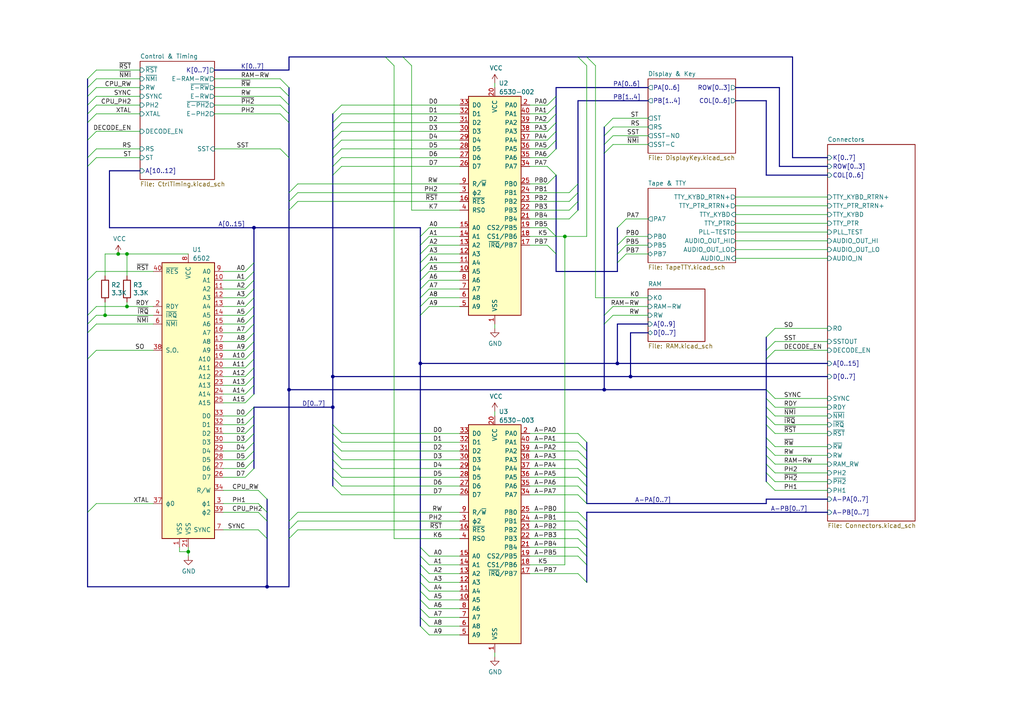
<source format=kicad_sch>
(kicad_sch (version 20211123) (generator eeschema)
  (paper "A4")
  (lib_symbols
    (symbol "Device:R" (pin_numbers hide) (pin_names (offset 0))
      (property "Reference" "R" (at 2.032 0 90))
      (property "Value" "R" (at 0 0 90))
      (symbol "R_0_1"
        (rectangle (start -1.016 -2.54) (end 1.016 2.54) (stroke (width 0.254)))
      )
      (symbol "R_1_1"
        (pin passive line (at 0 3.81 270) (length 1.27) (name "~") (number "1"))
        (pin passive line (at 0 -3.81 90) (length 1.27) (name "~") (number "2"))
      )
    )
    (symbol "KIM1-rescue:6502-CPU_MOSTechnology" (pin_names (offset 1.016))
      (property "Reference" "U" (at 5.08 41.91 0))
      (property "Value" "6502-CPU_MOSTechnology" (at 6.35 39.37 0))
      (symbol "6502-CPU_MOSTechnology_0_1"
        (rectangle (start -6.35 38.1) (end 8.89 -41.91) (stroke (width 0.254)) (fill (type background)))
      )
      (symbol "6502-CPU_MOSTechnology_1_1"
        (pin power_in line (at -1.27 -44.45 90) (length 2.54) (name "VSS") (number "1"))
        (pin output line (at 11.43 33.02 180) (length 2.54) (name "A1") (number "10"))
        (pin output line (at 11.43 30.48 180) (length 2.54) (name "A2") (number "11"))
        (pin output line (at 11.43 27.94 180) (length 2.54) (name "A3") (number "12"))
        (pin output line (at 11.43 25.4 180) (length 2.54) (name "A4") (number "13"))
        (pin output line (at 11.43 22.86 180) (length 2.54) (name "A5") (number "14"))
        (pin output line (at 11.43 20.32 180) (length 2.54) (name "A6") (number "15"))
        (pin output line (at 11.43 17.78 180) (length 2.54) (name "A7") (number "16"))
        (pin output line (at 11.43 15.24 180) (length 2.54) (name "A8") (number "17"))
        (pin output line (at 11.43 12.7 180) (length 2.54) (name "A9") (number "18"))
        (pin output line (at 11.43 10.16 180) (length 2.54) (name "A10") (number "19"))
        (pin input line (at -8.89 25.4 0) (length 2.54) (name "RDY") (number "2"))
        (pin output line (at 11.43 7.62 180) (length 2.54) (name "A11") (number "20"))
        (pin power_in line (at 1.27 -44.45 90) (length 2.54) (name "VSS") (number "21"))
        (pin output line (at 11.43 5.08 180) (length 2.54) (name "A12") (number "22"))
        (pin output line (at 11.43 2.54 180) (length 2.54) (name "A13") (number "23"))
        (pin output line (at 11.43 0 180) (length 2.54) (name "A14") (number "24"))
        (pin output line (at 11.43 -2.54 180) (length 2.54) (name "A15") (number "25"))
        (pin bidirectional line (at 11.43 -24.13 180) (length 2.54) (name "D7") (number "26"))
        (pin bidirectional line (at 11.43 -21.59 180) (length 2.54) (name "D6") (number "27"))
        (pin bidirectional line (at 11.43 -19.05 180) (length 2.54) (name "D5") (number "28"))
        (pin bidirectional line (at 11.43 -16.51 180) (length 2.54) (name "D4") (number "29"))
        (pin output line (at 11.43 -31.75 180) (length 2.54) (name "ϕ1") (number "3"))
        (pin bidirectional line (at 11.43 -13.97 180) (length 2.54) (name "D3") (number "30"))
        (pin bidirectional line (at 11.43 -11.43 180) (length 2.54) (name "D2") (number "31"))
        (pin bidirectional line (at 11.43 -8.89 180) (length 2.54) (name "D1") (number "32"))
        (pin bidirectional line (at 11.43 -6.35 180) (length 2.54) (name "D0") (number "33"))
        (pin output line (at 11.43 -27.94 180) (length 2.54) (name "R/W") (number "34"))
        (pin no_connect line (at -6.35 5.08 0) (length 0) hide (name "NC") (number "35"))
        (pin no_connect line (at -6.35 2.54 0) (length 0) hide (name "NC") (number "36"))
        (pin input line (at -8.89 -31.75 0) (length 2.54) (name "ϕ0") (number "37"))
        (pin input line (at -8.89 12.7 0) (length 2.54) (name "S.O.") (number "38"))
        (pin output line (at 11.43 -34.29 180) (length 2.54) (name "ϕ2") (number "39"))
        (pin input line (at -8.89 22.86 0) (length 2.54) (name "~{IRQ}") (number "4"))
        (pin input line (at -8.89 35.56 0) (length 2.54) (name "~{RES}") (number "40"))
        (pin no_connect line (at -6.35 7.62 0) (length 0) hide (name "NC") (number "5"))
        (pin input line (at -8.89 20.32 0) (length 2.54) (name "~{NMI}") (number "6"))
        (pin output line (at 11.43 -39.37 180) (length 2.54) (name "SYNC") (number "7"))
        (pin power_in line (at 1.27 40.64 270) (length 2.54) (name "VCC") (number "8"))
        (pin output line (at 11.43 35.56 180) (length 2.54) (name "A0") (number "9"))
      )
    )
    (symbol "Kim1:6530" (pin_names (offset 1.016))
      (property "Reference" "U" (at 3.81 34.29 0))
      (property "Value" "6530" (at 5.08 31.75 0))
      (symbol "6530_0_1"
        (rectangle (start -7.62 30.48) (end 7.62 -33.02) (stroke (width 0.254)) (fill (type background)))
      )
      (symbol "6530_1_1"
        (pin power_in line (at 0 -35.56 90) (length 2.54) (name "VSS") (number "1"))
        (pin input line (at -10.16 -20.32 0) (length 2.54) (name "A5") (number "10"))
        (pin input line (at -10.16 -17.78 0) (length 2.54) (name "A4") (number "11"))
        (pin input line (at -10.16 -15.24 0) (length 2.54) (name "A3") (number "12"))
        (pin input line (at -10.16 -12.7 0) (length 2.54) (name "A2") (number "13"))
        (pin input line (at -10.16 -10.16 0) (length 2.54) (name "A1") (number "14"))
        (pin input line (at -10.16 -7.62 0) (length 2.54) (name "A0") (number "15"))
        (pin input line (at -10.16 0 0) (length 2.54) (name "~{RES}") (number "16"))
        (pin bidirectional line (at 10.16 -12.7 180) (length 2.54) (name "~{IRQ}/PB7") (number "17"))
        (pin bidirectional line (at 10.16 -10.16 180) (length 2.54) (name "CS1/PB6") (number "18"))
        (pin bidirectional line (at 10.16 -7.62 180) (length 2.54) (name "CS2/PB5") (number "19"))
        (pin bidirectional line (at 10.16 27.94 180) (length 2.54) (name "PA0") (number "2"))
        (pin power_in line (at 0 33.02 270) (length 2.54) (name "VCC") (number "20"))
        (pin bidirectional line (at 10.16 -5.08 180) (length 2.54) (name "PB4") (number "21"))
        (pin bidirectional line (at 10.16 -2.54 180) (length 2.54) (name "PB3") (number "22"))
        (pin bidirectional line (at 10.16 0 180) (length 2.54) (name "PB2") (number "23"))
        (pin bidirectional line (at 10.16 2.54 180) (length 2.54) (name "PB1") (number "24"))
        (pin bidirectional line (at 10.16 5.08 180) (length 2.54) (name "PB0") (number "25"))
        (pin bidirectional line (at -10.16 10.16 0) (length 2.54) (name "D7") (number "26"))
        (pin bidirectional line (at -10.16 12.7 0) (length 2.54) (name "D6") (number "27"))
        (pin bidirectional line (at -10.16 15.24 0) (length 2.54) (name "D5") (number "28"))
        (pin bidirectional line (at -10.16 17.78 0) (length 2.54) (name "D4") (number "29"))
        (pin input line (at -10.16 2.54 0) (length 2.54) (name "ϕ2") (number "3"))
        (pin bidirectional line (at -10.16 20.32 0) (length 2.54) (name "D3") (number "30"))
        (pin bidirectional line (at -10.16 22.86 0) (length 2.54) (name "D2") (number "31"))
        (pin bidirectional line (at -10.16 25.4 0) (length 2.54) (name "D1") (number "32"))
        (pin bidirectional line (at -10.16 27.94 0) (length 2.54) (name "D0") (number "33"))
        (pin bidirectional line (at 10.16 10.16 180) (length 2.54) (name "PA7") (number "34"))
        (pin bidirectional line (at 10.16 12.7 180) (length 2.54) (name "PA6") (number "35"))
        (pin bidirectional line (at 10.16 15.24 180) (length 2.54) (name "PA5") (number "36"))
        (pin bidirectional line (at 10.16 17.78 180) (length 2.54) (name "PA4") (number "37"))
        (pin bidirectional line (at 10.16 20.32 180) (length 2.54) (name "PA3") (number "38"))
        (pin bidirectional line (at 10.16 22.86 180) (length 2.54) (name "PA2") (number "39"))
        (pin input line (at -10.16 -2.54 0) (length 2.54) (name "RS0") (number "4"))
        (pin bidirectional line (at 10.16 25.4 180) (length 2.54) (name "PA1") (number "40"))
        (pin input line (at -10.16 -30.48 0) (length 2.54) (name "A9") (number "5"))
        (pin input line (at -10.16 -27.94 0) (length 2.54) (name "A8") (number "6"))
        (pin input line (at -10.16 -25.4 0) (length 2.54) (name "A7") (number "7"))
        (pin input line (at -10.16 -22.86 0) (length 2.54) (name "A6") (number "8"))
        (pin input line (at -10.16 5.08 0) (length 2.54) (name "R/~{W}") (number "9"))
      )
    )
    (symbol "power:GND" (power) (pin_names (offset 0))
      (property "Value" "GND" (at 0 -3.81 0))
      (symbol "GND_0_1"
        (polyline (pts (xy 0 0) (xy 0 -1.27) (xy 1.27 -1.27) (xy 0 -2.54) (xy -1.27 -1.27) (xy 0 -1.27)))
      )
      (symbol "GND_1_1"
        (pin power_in line (at 0 0 270) (length 0) hide (name "GND") (number "1"))
      )
    )
    (symbol "power:VCC" (power) (pin_names (offset 0))
      (property "Value" "VCC" (at 0 3.81 0))
      (symbol "VCC_0_1"
        (polyline (pts (xy -0.762 1.27) (xy 0 2.54)))
        (polyline (pts (xy 0 0) (xy 0 2.54)))
        (polyline (pts (xy 0 2.54) (xy 0.762 1.27)))
      )
      (symbol "VCC_1_1"
        (pin power_in line (at 0 0 90) (length 0) hide (name "VCC") (number "1"))
      )
    )
  )
  (junction (at 121.92 105.41))
  (junction (at 175.26 113.03))
  (junction (at 36.83 88.9))
  (junction (at 73.66 66.04))
  (junction (at 30.48 91.44))
  (junction (at 83.82 113.03))
  (junction (at 179.07 105.41))
  (junction (at 54.61 160.02))
  (junction (at 163.83 68.58))
  (junction (at 182.88 109.22))
  (junction (at 96.52 109.22))
  (junction (at 77.47 170.18))
  (junction (at 36.83 73.66))
  (junction (at 96.52 118.11))
  (junction (at 34.29 73.66))
  (bus_entry (at 25.4 30.48) (size 2.54 -2.54))
  (bus_entry (at 96.52 45.72) (size 2.54 -2.54))
  (bus_entry (at 179.07 71.12) (size 2.54 -2.54))
  (bus_entry (at 81.28 25.4) (size 2.54 2.54))
  (bus_entry (at 121.92 88.9) (size 2.54 -2.54))
  (bus_entry (at 73.66 86.36) (size -2.54 2.54))
  (bus_entry (at 222.25 139.7) (size 2.54 2.54))
  (bus_entry (at 73.66 106.68) (size -2.54 2.54))
  (bus_entry (at 25.4 35.56) (size 2.54 -2.54))
  (bus_entry (at 167.64 128.27) (size 2.54 2.54))
  (bus_entry (at 222.25 127) (size 2.54 2.54))
  (bus_entry (at 81.28 33.02) (size 2.54 2.54))
  (bus_entry (at 121.92 163.83) (size 2.54 2.54))
  (bus_entry (at 96.52 135.89) (size 2.54 2.54))
  (bus_entry (at 73.66 125.73) (size -2.54 2.54))
  (bus_entry (at 83.82 156.21) (size 2.54 -2.54))
  (bus_entry (at 121.92 91.44) (size 2.54 -2.54))
  (bus_entry (at 96.52 140.97) (size 2.54 2.54))
  (bus_entry (at 158.75 45.72) (size 2.54 -2.54))
  (bus_entry (at 73.66 99.06) (size -2.54 2.54))
  (bus_entry (at 167.64 133.35) (size 2.54 2.54))
  (bus_entry (at 77.47 148.59) (size -2.54 -2.54))
  (bus_entry (at 25.4 81.28) (size 2.54 -2.54))
  (bus_entry (at 175.26 91.44) (size 2.54 -2.54))
  (bus_entry (at 222.25 118.11) (size 2.54 2.54))
  (bus_entry (at 73.66 130.81) (size -2.54 2.54))
  (bus_entry (at 222.25 132.08) (size 2.54 2.54))
  (bus_entry (at 161.29 68.58) (size -2.54 -2.54))
  (bus_entry (at 222.25 129.54) (size 2.54 2.54))
  (bus_entry (at 121.92 173.99) (size 2.54 2.54))
  (bus_entry (at 73.66 120.65) (size -2.54 2.54))
  (bus_entry (at 121.92 181.61) (size 2.54 2.54))
  (bus_entry (at 121.92 71.12) (size 2.54 -2.54))
  (bus_entry (at 25.4 45.72) (size 2.54 -2.54))
  (bus_entry (at 175.26 36.83) (size 2.54 -2.54))
  (bus_entry (at 81.28 43.18) (size 2.54 2.54))
  (bus_entry (at 121.92 86.36) (size 2.54 -2.54))
  (bus_entry (at 25.4 22.86) (size 2.54 -2.54))
  (bus_entry (at 73.66 83.82) (size -2.54 2.54))
  (bus_entry (at 167.64 143.51) (size 2.54 2.54))
  (bus_entry (at 158.75 48.26) (size 2.54 2.54))
  (bus_entry (at 73.66 114.3) (size -2.54 2.54))
  (bus_entry (at 167.64 138.43) (size 2.54 2.54))
  (bus_entry (at 161.29 50.8) (size -2.54 2.54))
  (bus_entry (at 83.82 153.67) (size 2.54 -2.54))
  (bus_entry (at 165.1 63.5) (size 2.54 -2.54))
  (bus_entry (at 96.52 35.56) (size 2.54 -2.54))
  (bus_entry (at 222.25 123.19) (size 2.54 2.54))
  (bus_entry (at 77.47 144.78) (size -2.54 -2.54))
  (bus_entry (at 25.4 25.4) (size 2.54 -2.54))
  (bus_entry (at 25.4 148.59) (size 2.54 -2.54))
  (bus_entry (at 83.82 60.96) (size 2.54 -2.54))
  (bus_entry (at 25.4 104.14) (size 2.54 -2.54))
  (bus_entry (at 25.4 96.52) (size 2.54 -2.54))
  (bus_entry (at 222.25 137.16) (size 2.54 2.54))
  (bus_entry (at 73.66 128.27) (size -2.54 2.54))
  (bus_entry (at 167.64 158.75) (size 2.54 2.54))
  (bus_entry (at 222.25 101.6) (size 2.54 -2.54))
  (bus_entry (at 96.52 123.19) (size 2.54 2.54))
  (bus_entry (at 96.52 128.27) (size 2.54 2.54))
  (bus_entry (at 73.66 96.52) (size -2.54 2.54))
  (bus_entry (at 73.66 101.6) (size -2.54 2.54))
  (bus_entry (at 121.92 73.66) (size 2.54 -2.54))
  (bus_entry (at 96.52 138.43) (size 2.54 2.54))
  (bus_entry (at 167.64 166.37) (size 2.54 2.54))
  (bus_entry (at 25.4 93.98) (size 2.54 -2.54))
  (bus_entry (at 121.92 171.45) (size 2.54 2.54))
  (bus_entry (at 175.26 41.91) (size 2.54 -2.54))
  (bus_entry (at 175.26 39.37) (size 2.54 -2.54))
  (bus_entry (at 73.66 109.22) (size -2.54 2.54))
  (bus_entry (at 111.76 16.51) (size 2.54 2.54))
  (bus_entry (at 77.47 156.21) (size -2.54 -2.54))
  (bus_entry (at 83.82 58.42) (size 2.54 -2.54))
  (bus_entry (at 165.1 60.96) (size 2.54 -2.54))
  (bus_entry (at 121.92 78.74) (size 2.54 -2.54))
  (bus_entry (at 167.64 125.73) (size 2.54 2.54))
  (bus_entry (at 96.52 50.8) (size 2.54 -2.54))
  (bus_entry (at 96.52 40.64) (size 2.54 -2.54))
  (bus_entry (at 179.07 66.04) (size 2.54 -2.54))
  (bus_entry (at 167.64 151.13) (size 2.54 2.54))
  (bus_entry (at 121.92 81.28) (size 2.54 -2.54))
  (bus_entry (at 96.52 133.35) (size 2.54 2.54))
  (bus_entry (at 179.07 76.2) (size 2.54 -2.54))
  (bus_entry (at 83.82 55.88) (size 2.54 -2.54))
  (bus_entry (at 121.92 166.37) (size 2.54 2.54))
  (bus_entry (at 167.64 140.97) (size 2.54 2.54))
  (bus_entry (at 167.64 156.21) (size 2.54 2.54))
  (bus_entry (at 121.92 158.75) (size 2.54 2.54))
  (bus_entry (at 167.64 130.81) (size 2.54 2.54))
  (bus_entry (at 121.92 83.82) (size 2.54 -2.54))
  (bus_entry (at 73.66 91.44) (size -2.54 2.54))
  (bus_entry (at 158.75 40.64) (size 2.54 -2.54))
  (bus_entry (at 165.1 55.88) (size 2.54 -2.54))
  (bus_entry (at 73.66 133.35) (size -2.54 2.54))
  (bus_entry (at 179.07 73.66) (size 2.54 -2.54))
  (bus_entry (at 222.25 104.14) (size 2.54 -2.54))
  (bus_entry (at 121.92 168.91) (size 2.54 2.54))
  (bus_entry (at 81.28 27.94) (size 2.54 2.54))
  (bus_entry (at 81.28 30.48) (size 2.54 2.54))
  (bus_entry (at 167.64 148.59) (size 2.54 2.54))
  (bus_entry (at 96.52 43.18) (size 2.54 -2.54))
  (bus_entry (at 96.52 130.81) (size 2.54 2.54))
  (bus_entry (at 121.92 161.29) (size 2.54 2.54))
  (bus_entry (at 175.26 93.98) (size 2.54 -2.54))
  (bus_entry (at 25.4 91.44) (size 2.54 -2.54))
  (bus_entry (at 167.64 153.67) (size 2.54 2.54))
  (bus_entry (at 158.75 33.02) (size 2.54 -2.54))
  (bus_entry (at 25.4 40.64) (size 2.54 -2.54))
  (bus_entry (at 158.75 35.56) (size 2.54 -2.54))
  (bus_entry (at 165.1 58.42) (size 2.54 -2.54))
  (bus_entry (at 222.25 97.79) (size 2.54 -2.54))
  (bus_entry (at 116.84 16.51) (size 2.54 2.54))
  (bus_entry (at 73.66 104.14) (size -2.54 2.54))
  (bus_entry (at 222.25 113.03) (size 2.54 2.54))
  (bus_entry (at 167.64 135.89) (size 2.54 2.54))
  (bus_entry (at 77.47 151.13) (size -2.54 -2.54))
  (bus_entry (at 167.64 161.29) (size 2.54 2.54))
  (bus_entry (at 73.66 78.74) (size -2.54 2.54))
  (bus_entry (at 222.25 134.62) (size 2.54 2.54))
  (bus_entry (at 121.92 176.53) (size 2.54 2.54))
  (bus_entry (at 96.52 38.1) (size 2.54 -2.54))
  (bus_entry (at 25.4 33.02) (size 2.54 -2.54))
  (bus_entry (at 161.29 73.66) (size -2.54 -2.54))
  (bus_entry (at 81.28 22.86) (size 2.54 2.54))
  (bus_entry (at 73.66 81.28) (size -2.54 2.54))
  (bus_entry (at 25.4 48.26) (size 2.54 -2.54))
  (bus_entry (at 158.75 43.18) (size 2.54 -2.54))
  (bus_entry (at 25.4 27.94) (size 2.54 -2.54))
  (bus_entry (at 73.66 76.2) (size -2.54 2.54))
  (bus_entry (at 158.75 38.1) (size 2.54 -2.54))
  (bus_entry (at 175.26 44.45) (size 2.54 -2.54))
  (bus_entry (at 121.92 68.58) (size 2.54 -2.54))
  (bus_entry (at 73.66 123.19) (size -2.54 2.54))
  (bus_entry (at 73.66 111.76) (size -2.54 2.54))
  (bus_entry (at 73.66 88.9) (size -2.54 2.54))
  (bus_entry (at 158.75 30.48) (size 2.54 -2.54))
  (bus_entry (at 96.52 33.02) (size 2.54 -2.54))
  (bus_entry (at 170.18 16.51) (size 2.54 2.54))
  (bus_entry (at 73.66 135.89) (size -2.54 2.54))
  (bus_entry (at 96.52 48.26) (size 2.54 -2.54))
  (bus_entry (at 121.92 179.07) (size 2.54 2.54))
  (bus_entry (at 121.92 76.2) (size 2.54 -2.54))
  (bus_entry (at 222.25 115.57) (size 2.54 2.54))
  (bus_entry (at 167.64 16.51) (size 2.54 2.54))
  (bus_entry (at 96.52 125.73) (size 2.54 2.54))
  (bus_entry (at 83.82 151.13) (size 2.54 -2.54))
  (bus_entry (at 73.66 93.98) (size -2.54 2.54))
  (bus_entry (at 73.66 118.11) (size -2.54 2.54))
  (bus_entry (at 222.25 120.65) (size 2.54 2.54))
  (wire (pts (xy 158.75 66.04) (xy 153.67 66.04)))
  (wire (pts (xy 64.77 96.52) (xy 71.12 96.52)))
  (bus (pts (xy 96.52 130.81) (xy 96.52 133.35)))
  (wire (pts (xy 153.67 43.18) (xy 158.75 43.18)))
  (bus (pts (xy 222.25 134.62) (xy 222.25 137.16)))
  (bus (pts (xy 96.52 133.35) (xy 96.52 135.89)))
  (bus (pts (xy 121.92 81.28) (xy 121.92 83.82)))
  (wire (pts (xy 224.79 134.62) (xy 240.03 134.62)))
  (wire (pts (xy 240.03 59.69) (xy 213.36 59.69)))
  (wire (pts (xy 240.03 125.73) (xy 224.79 125.73)))
  (bus (pts (xy 222.25 97.79) (xy 222.25 101.6)))
  (bus (pts (xy 73.66 118.11) (xy 73.66 120.65)))
  (wire (pts (xy 133.35 166.37) (xy 124.46 166.37)))
  (wire (pts (xy 34.29 73.66) (xy 30.48 73.66)))
  (wire (pts (xy 167.64 156.21) (xy 153.67 156.21)))
  (bus (pts (xy 73.66 118.11) (xy 96.52 118.11)))
  (wire (pts (xy 153.67 153.67) (xy 167.64 153.67)))
  (wire (pts (xy 133.35 151.13) (xy 86.36 151.13)))
  (wire (pts (xy 64.77 99.06) (xy 71.12 99.06)))
  (wire (pts (xy 240.03 132.08) (xy 224.79 132.08)))
  (bus (pts (xy 161.29 35.56) (xy 161.29 38.1)))
  (wire (pts (xy 64.77 88.9) (xy 71.12 88.9)))
  (bus (pts (xy 73.66 133.35) (xy 73.66 135.89)))
  (bus (pts (xy 73.66 91.44) (xy 73.66 93.98)))
  (bus (pts (xy 96.52 138.43) (xy 96.52 140.97)))
  (bus (pts (xy 170.18 153.67) (xy 170.18 156.21)))
  (wire (pts (xy 240.03 57.15) (xy 213.36 57.15)))
  (bus (pts (xy 170.18 130.81) (xy 170.18 133.35)))
  (wire (pts (xy 240.03 64.77) (xy 213.36 64.77)))
  (wire (pts (xy 81.28 30.48) (xy 62.23 30.48)))
  (wire (pts (xy 71.12 81.28) (xy 64.77 81.28)))
  (bus (pts (xy 25.4 40.64) (xy 25.4 45.72)))
  (wire (pts (xy 240.03 74.93) (xy 213.36 74.93)))
  (bus (pts (xy 179.07 73.66) (xy 179.07 76.2)))
  (wire (pts (xy 167.64 140.97) (xy 153.67 140.97)))
  (bus (pts (xy 240.03 45.72) (xy 229.87 45.72)))
  (bus (pts (xy 73.66 93.98) (xy 73.66 96.52)))
  (bus (pts (xy 179.07 66.04) (xy 179.07 71.12)))
  (wire (pts (xy 165.1 55.88) (xy 153.67 55.88)))
  (bus (pts (xy 25.4 81.28) (xy 25.4 91.44)))
  (bus (pts (xy 222.25 132.08) (xy 222.25 134.62)))
  (bus (pts (xy 83.82 20.32) (xy 62.23 20.32)))
  (bus (pts (xy 111.76 16.51) (xy 116.84 16.51)))
  (wire (pts (xy 163.83 163.83) (xy 163.83 68.58)))
  (bus (pts (xy 83.82 35.56) (xy 83.82 45.72)))
  (bus (pts (xy 121.92 176.53) (xy 121.92 179.07)))
  (wire (pts (xy 27.94 22.86) (xy 40.64 22.86)))
  (bus (pts (xy 25.4 104.14) (xy 25.4 148.59)))
  (bus (pts (xy 167.64 29.21) (xy 187.96 29.21)))
  (wire (pts (xy 133.35 66.04) (xy 124.46 66.04)))
  (bus (pts (xy 187.96 93.98) (xy 179.07 93.98)))
  (wire (pts (xy 167.64 166.37) (xy 153.67 166.37)))
  (bus (pts (xy 73.66 120.65) (xy 73.66 123.19)))
  (wire (pts (xy 40.64 43.18) (xy 27.94 43.18)))
  (bus (pts (xy 96.52 48.26) (xy 96.52 50.8)))
  (bus (pts (xy 25.4 22.86) (xy 25.4 25.4)))
  (wire (pts (xy 27.94 27.94) (xy 40.64 27.94)))
  (bus (pts (xy 240.03 105.41) (xy 179.07 105.41)))
  (wire (pts (xy 187.96 73.66) (xy 181.61 73.66)))
  (wire (pts (xy 187.96 34.29) (xy 177.8 34.29)))
  (bus (pts (xy 25.4 45.72) (xy 25.4 48.26)))
  (bus (pts (xy 121.92 163.83) (xy 121.92 166.37)))
  (bus (pts (xy 25.4 25.4) (xy 25.4 27.94)))
  (bus (pts (xy 77.47 156.21) (xy 77.47 170.18)))
  (wire (pts (xy 133.35 171.45) (xy 124.46 171.45)))
  (bus (pts (xy 170.18 16.51) (xy 229.87 16.51)))
  (wire (pts (xy 187.96 71.12) (xy 181.61 71.12)))
  (wire (pts (xy 240.03 137.16) (xy 224.79 137.16)))
  (wire (pts (xy 119.38 19.05) (xy 119.38 60.96)))
  (wire (pts (xy 133.35 125.73) (xy 99.06 125.73)))
  (bus (pts (xy 25.4 96.52) (xy 25.4 104.14)))
  (bus (pts (xy 121.92 173.99) (xy 121.92 176.53)))
  (bus (pts (xy 161.29 30.48) (xy 161.29 33.02)))
  (wire (pts (xy 114.3 19.05) (xy 114.3 156.21)))
  (wire (pts (xy 133.35 68.58) (xy 124.46 68.58)))
  (wire (pts (xy 64.77 153.67) (xy 74.93 153.67)))
  (bus (pts (xy 161.29 38.1) (xy 161.29 40.64)))
  (wire (pts (xy 167.64 130.81) (xy 153.67 130.81)))
  (wire (pts (xy 133.35 138.43) (xy 99.06 138.43)))
  (bus (pts (xy 222.25 115.57) (xy 222.25 118.11)))
  (wire (pts (xy 133.35 140.97) (xy 99.06 140.97)))
  (bus (pts (xy 73.66 96.52) (xy 73.66 99.06)))
  (wire (pts (xy 27.94 25.4) (xy 40.64 25.4)))
  (wire (pts (xy 240.03 95.25) (xy 224.79 95.25)))
  (bus (pts (xy 96.52 35.56) (xy 96.52 38.1)))
  (wire (pts (xy 224.79 129.54) (xy 240.03 129.54)))
  (bus (pts (xy 170.18 138.43) (xy 170.18 140.97)))
  (bus (pts (xy 170.18 128.27) (xy 170.18 130.81)))
  (bus (pts (xy 31.75 49.53) (xy 31.75 66.04)))
  (wire (pts (xy 224.79 118.11) (xy 240.03 118.11)))
  (wire (pts (xy 158.75 71.12) (xy 153.67 71.12)))
  (wire (pts (xy 133.35 181.61) (xy 124.46 181.61)))
  (bus (pts (xy 121.92 171.45) (xy 121.92 173.99)))
  (bus (pts (xy 179.07 71.12) (xy 179.07 73.66)))
  (bus (pts (xy 73.66 76.2) (xy 73.66 78.74)))
  (wire (pts (xy 153.67 163.83) (xy 163.83 163.83)))
  (wire (pts (xy 167.64 148.59) (xy 153.67 148.59)))
  (wire (pts (xy 187.96 36.83) (xy 177.8 36.83)))
  (bus (pts (xy 170.18 163.83) (xy 170.18 168.91)))
  (wire (pts (xy 240.03 142.24) (xy 224.79 142.24)))
  (wire (pts (xy 153.67 133.35) (xy 167.64 133.35)))
  (wire (pts (xy 44.45 146.05) (xy 27.94 146.05)))
  (bus (pts (xy 25.4 27.94) (xy 25.4 30.48)))
  (bus (pts (xy 222.25 29.21) (xy 213.36 29.21)))
  (bus (pts (xy 96.52 128.27) (xy 96.52 130.81)))
  (wire (pts (xy 64.77 142.24) (xy 74.93 142.24)))
  (bus (pts (xy 25.4 93.98) (xy 25.4 96.52)))
  (bus (pts (xy 229.87 45.72) (xy 229.87 16.51)))
  (bus (pts (xy 182.88 96.52) (xy 182.88 109.22)))
  (wire (pts (xy 36.83 87.63) (xy 36.83 88.9)))
  (bus (pts (xy 96.52 40.64) (xy 96.52 43.18)))
  (wire (pts (xy 40.64 38.1) (xy 27.94 38.1)))
  (wire (pts (xy 153.67 38.1) (xy 158.75 38.1)))
  (bus (pts (xy 121.92 83.82) (xy 121.92 86.36)))
  (wire (pts (xy 143.51 119.38) (xy 143.51 120.65)))
  (bus (pts (xy 121.92 161.29) (xy 121.92 163.83)))
  (wire (pts (xy 64.77 116.84) (xy 71.12 116.84)))
  (wire (pts (xy 34.29 73.66) (xy 36.83 73.66)))
  (wire (pts (xy 153.67 48.26) (xy 158.75 48.26)))
  (bus (pts (xy 222.25 129.54) (xy 222.25 132.08)))
  (wire (pts (xy 224.79 123.19) (xy 240.03 123.19)))
  (wire (pts (xy 240.03 72.39) (xy 213.36 72.39)))
  (wire (pts (xy 64.77 148.59) (xy 74.93 148.59)))
  (bus (pts (xy 121.92 66.04) (xy 121.92 68.58)))
  (bus (pts (xy 83.82 55.88) (xy 83.82 58.42)))
  (wire (pts (xy 133.35 76.2) (xy 124.46 76.2)))
  (wire (pts (xy 240.03 115.57) (xy 224.79 115.57)))
  (wire (pts (xy 133.35 133.35) (xy 99.06 133.35)))
  (wire (pts (xy 133.35 135.89) (xy 99.06 135.89)))
  (bus (pts (xy 161.29 68.58) (xy 161.29 73.66)))
  (bus (pts (xy 83.82 16.51) (xy 111.76 16.51)))
  (wire (pts (xy 167.64 135.89) (xy 153.67 135.89)))
  (bus (pts (xy 77.47 170.18) (xy 25.4 170.18)))
  (bus (pts (xy 83.82 113.03) (xy 175.26 113.03)))
  (bus (pts (xy 222.25 118.11) (xy 222.25 120.65)))
  (wire (pts (xy 99.06 33.02) (xy 133.35 33.02)))
  (wire (pts (xy 64.77 101.6) (xy 71.12 101.6)))
  (bus (pts (xy 121.92 78.74) (xy 121.92 81.28)))
  (wire (pts (xy 40.64 45.72) (xy 27.94 45.72)))
  (bus (pts (xy 170.18 158.75) (xy 170.18 161.29)))
  (bus (pts (xy 121.92 91.44) (xy 121.92 105.41)))
  (bus (pts (xy 73.66 66.04) (xy 73.66 76.2)))
  (bus (pts (xy 121.92 105.41) (xy 121.92 158.75)))
  (wire (pts (xy 64.77 133.35) (xy 71.12 133.35)))
  (bus (pts (xy 179.07 93.98) (xy 179.07 105.41)))
  (bus (pts (xy 170.18 133.35) (xy 170.18 135.89)))
  (bus (pts (xy 170.18 156.21) (xy 170.18 158.75)))
  (wire (pts (xy 62.23 27.94) (xy 81.28 27.94)))
  (bus (pts (xy 96.52 125.73) (xy 96.52 128.27)))
  (wire (pts (xy 153.67 35.56) (xy 158.75 35.56)))
  (wire (pts (xy 64.77 91.44) (xy 71.12 91.44)))
  (bus (pts (xy 116.84 16.51) (xy 167.64 16.51)))
  (bus (pts (xy 121.92 71.12) (xy 121.92 73.66)))
  (wire (pts (xy 27.94 33.02) (xy 40.64 33.02)))
  (wire (pts (xy 187.96 39.37) (xy 177.8 39.37)))
  (bus (pts (xy 83.82 33.02) (xy 83.82 35.56)))
  (bus (pts (xy 73.66 125.73) (xy 73.66 128.27)))
  (wire (pts (xy 36.83 80.01) (xy 36.83 73.66)))
  (wire (pts (xy 187.96 88.9) (xy 177.8 88.9)))
  (bus (pts (xy 187.96 96.52) (xy 182.88 96.52)))
  (wire (pts (xy 153.67 143.51) (xy 167.64 143.51)))
  (bus (pts (xy 96.52 33.02) (xy 96.52 35.56)))
  (wire (pts (xy 133.35 161.29) (xy 124.46 161.29)))
  (wire (pts (xy 133.35 30.48) (xy 99.06 30.48)))
  (wire (pts (xy 153.67 33.02) (xy 158.75 33.02)))
  (bus (pts (xy 25.4 91.44) (xy 25.4 93.98)))
  (bus (pts (xy 25.4 48.26) (xy 25.4 81.28)))
  (wire (pts (xy 133.35 176.53) (xy 124.46 176.53)))
  (wire (pts (xy 64.77 93.98) (xy 71.12 93.98)))
  (wire (pts (xy 64.77 125.73) (xy 71.12 125.73)))
  (wire (pts (xy 64.77 130.81) (xy 71.12 130.81)))
  (wire (pts (xy 240.03 99.06) (xy 224.79 99.06)))
  (wire (pts (xy 64.77 109.22) (xy 71.12 109.22)))
  (bus (pts (xy 25.4 148.59) (xy 25.4 170.18)))
  (bus (pts (xy 73.66 104.14) (xy 73.66 106.68)))
  (bus (pts (xy 175.26 91.44) (xy 175.26 93.98)))
  (bus (pts (xy 222.25 144.78) (xy 240.03 144.78)))
  (wire (pts (xy 133.35 83.82) (xy 124.46 83.82)))
  (bus (pts (xy 77.47 151.13) (xy 77.47 156.21)))
  (bus (pts (xy 175.26 44.45) (xy 175.26 91.44)))
  (wire (pts (xy 133.35 168.91) (xy 124.46 168.91)))
  (wire (pts (xy 143.51 24.13) (xy 143.51 25.4)))
  (wire (pts (xy 153.67 60.96) (xy 165.1 60.96)))
  (bus (pts (xy 121.92 158.75) (xy 121.92 161.29)))
  (bus (pts (xy 170.18 135.89) (xy 170.18 138.43)))
  (wire (pts (xy 44.45 101.6) (xy 27.94 101.6)))
  (wire (pts (xy 153.67 40.64) (xy 158.75 40.64)))
  (wire (pts (xy 133.35 73.66) (xy 124.46 73.66)))
  (wire (pts (xy 133.35 53.34) (xy 86.36 53.34)))
  (wire (pts (xy 133.35 45.72) (xy 99.06 45.72)))
  (bus (pts (xy 96.52 43.18) (xy 96.52 45.72)))
  (wire (pts (xy 187.96 91.44) (xy 177.8 91.44)))
  (bus (pts (xy 83.82 58.42) (xy 83.82 60.96)))
  (wire (pts (xy 172.72 86.36) (xy 172.72 19.05)))
  (wire (pts (xy 133.35 48.26) (xy 99.06 48.26)))
  (wire (pts (xy 133.35 71.12) (xy 124.46 71.12)))
  (bus (pts (xy 83.82 156.21) (xy 83.82 170.18)))
  (bus (pts (xy 161.29 25.4) (xy 187.96 25.4)))
  (wire (pts (xy 64.77 111.76) (xy 71.12 111.76)))
  (bus (pts (xy 25.4 33.02) (xy 25.4 35.56)))
  (bus (pts (xy 161.29 33.02) (xy 161.29 35.56)))
  (bus (pts (xy 226.06 25.4) (xy 213.36 25.4)))
  (bus (pts (xy 182.88 109.22) (xy 96.52 109.22)))
  (bus (pts (xy 179.07 105.41) (xy 121.92 105.41)))
  (wire (pts (xy 240.03 101.6) (xy 224.79 101.6)))
  (bus (pts (xy 175.26 93.98) (xy 175.26 113.03)))
  (bus (pts (xy 179.07 76.2) (xy 179.07 78.74)))
  (bus (pts (xy 161.29 73.66) (xy 161.29 78.74)))
  (wire (pts (xy 30.48 87.63) (xy 30.48 91.44)))
  (wire (pts (xy 64.77 86.36) (xy 71.12 86.36)))
  (wire (pts (xy 133.35 130.81) (xy 99.06 130.81)))
  (bus (pts (xy 170.18 140.97) (xy 170.18 143.51)))
  (wire (pts (xy 153.67 138.43) (xy 167.64 138.43)))
  (wire (pts (xy 64.77 135.89) (xy 71.12 135.89)))
  (wire (pts (xy 240.03 67.31) (xy 213.36 67.31)))
  (wire (pts (xy 163.83 68.58) (xy 170.18 68.58)))
  (wire (pts (xy 167.64 128.27) (xy 153.67 128.27)))
  (bus (pts (xy 167.64 29.21) (xy 167.64 53.34)))
  (bus (pts (xy 121.92 179.07) (xy 121.92 181.61)))
  (wire (pts (xy 52.07 158.75) (xy 52.07 160.02)))
  (wire (pts (xy 27.94 91.44) (xy 30.48 91.44)))
  (bus (pts (xy 121.92 76.2) (xy 121.92 78.74)))
  (bus (pts (xy 96.52 50.8) (xy 96.52 109.22)))
  (bus (pts (xy 175.26 36.83) (xy 175.26 39.37)))
  (bus (pts (xy 175.26 113.03) (xy 222.25 113.03)))
  (bus (pts (xy 222.25 146.05) (xy 222.25 144.78)))
  (bus (pts (xy 222.25 137.16) (xy 222.25 139.7)))
  (bus (pts (xy 121.92 68.58) (xy 121.92 71.12)))
  (bus (pts (xy 222.25 127) (xy 222.25 129.54)))
  (wire (pts (xy 27.94 30.48) (xy 40.64 30.48)))
  (wire (pts (xy 153.67 53.34) (xy 158.75 53.34)))
  (wire (pts (xy 143.51 189.23) (xy 143.51 190.5)))
  (bus (pts (xy 73.66 130.81) (xy 73.66 133.35)))
  (wire (pts (xy 133.35 163.83) (xy 124.46 163.83)))
  (wire (pts (xy 54.61 160.02) (xy 54.61 161.29)))
  (wire (pts (xy 133.35 55.88) (xy 86.36 55.88)))
  (bus (pts (xy 175.26 39.37) (xy 175.26 41.91)))
  (wire (pts (xy 133.35 58.42) (xy 86.36 58.42)))
  (bus (pts (xy 83.82 16.51) (xy 83.82 20.32)))
  (bus (pts (xy 96.52 38.1) (xy 96.52 40.64)))
  (wire (pts (xy 62.23 22.86) (xy 81.28 22.86)))
  (bus (pts (xy 73.66 123.19) (xy 73.66 125.73)))
  (bus (pts (xy 73.66 128.27) (xy 73.66 130.81)))
  (bus (pts (xy 83.82 113.03) (xy 83.82 151.13)))
  (wire (pts (xy 133.35 173.99) (xy 124.46 173.99)))
  (wire (pts (xy 187.96 68.58) (xy 181.61 68.58)))
  (wire (pts (xy 133.35 81.28) (xy 124.46 81.28)))
  (bus (pts (xy 170.18 161.29) (xy 170.18 163.83)))
  (wire (pts (xy 133.35 153.67) (xy 86.36 153.67)))
  (bus (pts (xy 121.92 86.36) (xy 121.92 88.9)))
  (bus (pts (xy 240.03 148.59) (xy 170.18 148.59)))
  (bus (pts (xy 83.82 25.4) (xy 83.82 27.94)))
  (bus (pts (xy 96.52 45.72) (xy 96.52 48.26)))
  (wire (pts (xy 187.96 41.91) (xy 177.8 41.91)))
  (bus (pts (xy 73.66 86.36) (xy 73.66 88.9)))
  (bus (pts (xy 83.82 170.18) (xy 77.47 170.18)))
  (bus (pts (xy 170.18 146.05) (xy 222.25 146.05)))
  (wire (pts (xy 133.35 40.64) (xy 99.06 40.64)))
  (bus (pts (xy 25.4 35.56) (xy 25.4 40.64)))
  (wire (pts (xy 133.35 143.51) (xy 99.06 143.51)))
  (wire (pts (xy 30.48 73.66) (xy 30.48 80.01)))
  (bus (pts (xy 83.82 30.48) (xy 83.82 33.02)))
  (bus (pts (xy 170.18 148.59) (xy 170.18 151.13)))
  (bus (pts (xy 222.25 101.6) (xy 222.25 104.14)))
  (wire (pts (xy 133.35 88.9) (xy 124.46 88.9)))
  (wire (pts (xy 133.35 128.27) (xy 99.06 128.27)))
  (wire (pts (xy 64.77 146.05) (xy 74.93 146.05)))
  (wire (pts (xy 133.35 156.21) (xy 114.3 156.21)))
  (wire (pts (xy 165.1 58.42) (xy 153.67 58.42)))
  (bus (pts (xy 73.66 111.76) (xy 73.66 114.3)))
  (bus (pts (xy 121.92 73.66) (xy 121.92 76.2)))
  (bus (pts (xy 73.66 99.06) (xy 73.66 101.6)))
  (bus (pts (xy 167.64 58.42) (xy 167.64 60.96)))
  (bus (pts (xy 167.64 53.34) (xy 167.64 55.88)))
  (bus (pts (xy 73.66 101.6) (xy 73.66 104.14)))
  (bus (pts (xy 240.03 109.22) (xy 182.88 109.22)))
  (wire (pts (xy 240.03 69.85) (xy 213.36 69.85)))
  (wire (pts (xy 153.67 68.58) (xy 161.29 68.58)))
  (bus (pts (xy 170.18 143.51) (xy 170.18 146.05)))
  (bus (pts (xy 73.66 81.28) (xy 73.66 83.82)))
  (bus (pts (xy 226.06 48.26) (xy 226.06 25.4)))
  (bus (pts (xy 121.92 166.37) (xy 121.92 168.91)))
  (wire (pts (xy 240.03 120.65) (xy 224.79 120.65)))
  (bus (pts (xy 222.25 120.65) (xy 222.25 123.19)))
  (bus (pts (xy 73.66 66.04) (xy 121.92 66.04)))
  (wire (pts (xy 64.77 78.74) (xy 71.12 78.74)))
  (wire (pts (xy 27.94 20.32) (xy 40.64 20.32)))
  (bus (pts (xy 222.25 113.03) (xy 222.25 115.57)))
  (wire (pts (xy 133.35 78.74) (xy 124.46 78.74)))
  (wire (pts (xy 153.67 158.75) (xy 167.64 158.75)))
  (wire (pts (xy 240.03 62.23) (xy 213.36 62.23)))
  (bus (pts (xy 161.29 78.74) (xy 179.07 78.74)))
  (wire (pts (xy 36.83 73.66) (xy 54.61 73.66)))
  (wire (pts (xy 64.77 106.68) (xy 71.12 106.68)))
  (bus (pts (xy 73.66 106.68) (xy 73.66 109.22)))
  (bus (pts (xy 121.92 168.91) (xy 121.92 171.45)))
  (wire (pts (xy 133.35 148.59) (xy 86.36 148.59)))
  (wire (pts (xy 36.83 88.9) (xy 44.45 88.9)))
  (bus (pts (xy 161.29 40.64) (xy 161.29 43.18)))
  (wire (pts (xy 133.35 38.1) (xy 99.06 38.1)))
  (wire (pts (xy 64.77 123.19) (xy 71.12 123.19)))
  (wire (pts (xy 52.07 160.02) (xy 54.61 160.02)))
  (wire (pts (xy 161.29 68.58) (xy 163.83 68.58)))
  (bus (pts (xy 222.25 104.14) (xy 222.25 113.03)))
  (bus (pts (xy 240.03 48.26) (xy 226.06 48.26)))
  (bus (pts (xy 161.29 27.94) (xy 161.29 30.48)))
  (bus (pts (xy 77.47 144.78) (xy 77.47 148.59)))
  (bus (pts (xy 83.82 45.72) (xy 83.82 55.88)))
  (wire (pts (xy 27.94 93.98) (xy 44.45 93.98)))
  (bus (pts (xy 96.52 135.89) (xy 96.52 138.43)))
  (bus (pts (xy 170.18 151.13) (xy 170.18 153.67)))
  (bus (pts (xy 40.64 49.53) (xy 31.75 49.53)))
  (wire (pts (xy 64.77 83.82) (xy 71.12 83.82)))
  (wire (pts (xy 133.35 86.36) (xy 124.46 86.36)))
  (wire (pts (xy 165.1 63.5) (xy 153.67 63.5)))
  (bus (pts (xy 96.52 118.11) (xy 96.52 123.19)))
  (bus (pts (xy 73.66 66.04) (xy 31.75 66.04)))
  (wire (pts (xy 133.35 35.56) (xy 99.06 35.56)))
  (bus (pts (xy 167.64 16.51) (xy 170.18 16.51)))
  (wire (pts (xy 133.35 179.07) (xy 124.46 179.07)))
  (wire (pts (xy 81.28 25.4) (xy 62.23 25.4)))
  (bus (pts (xy 222.25 123.19) (xy 222.25 127)))
  (wire (pts (xy 153.67 161.29) (xy 167.64 161.29)))
  (bus (pts (xy 240.03 50.8) (xy 222.25 50.8)))
  (bus (pts (xy 96.52 123.19) (xy 96.52 125.73)))
  (wire (pts (xy 181.61 63.5) (xy 187.96 63.5)))
  (wire (pts (xy 64.77 114.3) (xy 71.12 114.3)))
  (wire (pts (xy 64.77 120.65) (xy 71.12 120.65)))
  (bus (pts (xy 73.66 83.82) (xy 73.66 86.36)))
  (bus (pts (xy 161.29 25.4) (xy 161.29 27.94)))
  (bus (pts (xy 175.26 41.91) (xy 175.26 44.45)))
  (bus (pts (xy 167.64 55.88) (xy 167.64 58.42)))
  (wire (pts (xy 64.77 138.43) (xy 71.12 138.43)))
  (wire (pts (xy 153.67 30.48) (xy 158.75 30.48)))
  (wire (pts (xy 64.77 104.14) (xy 71.12 104.14)))
  (wire (pts (xy 153.67 45.72) (xy 158.75 45.72)))
  (wire (pts (xy 240.03 139.7) (xy 224.79 139.7)))
  (bus (pts (xy 25.4 30.48) (xy 25.4 33.02)))
  (bus (pts (xy 161.29 50.8) (xy 161.29 68.58)))
  (wire (pts (xy 153.67 125.73) (xy 167.64 125.73)))
  (wire (pts (xy 54.61 158.75) (xy 54.61 160.02)))
  (bus (pts (xy 83.82 153.67) (xy 83.82 156.21)))
  (wire (pts (xy 27.94 88.9) (xy 36.83 88.9)))
  (wire (pts (xy 30.48 91.44) (xy 44.45 91.44)))
  (bus (pts (xy 222.25 50.8) (xy 222.25 29.21)))
  (wire (pts (xy 133.35 60.96) (xy 119.38 60.96)))
  (bus (pts (xy 121.92 88.9) (xy 121.92 91.44)))
  (wire (pts (xy 27.94 78.74) (xy 44.45 78.74)))
  (wire (pts (xy 64.77 128.27) (xy 71.12 128.27)))
  (bus (pts (xy 73.66 88.9) (xy 73.66 91.44)))
  (wire (pts (xy 133.35 43.18) (xy 99.06 43.18)))
  (wire (pts (xy 170.18 19.05) (xy 170.18 68.58)))
  (wire (pts (xy 81.28 33.02) (xy 62.23 33.02)))
  (wire (pts (xy 153.67 151.13) (xy 167.64 151.13)))
  (wire (pts (xy 81.28 43.18) (xy 62.23 43.18)))
  (wire (pts (xy 143.51 93.98) (xy 143.51 95.25)))
  (bus (pts (xy 83.82 151.13) (xy 83.82 153.67)))
  (wire (pts (xy 172.72 86.36) (xy 187.96 86.36)))
  (bus (pts (xy 96.52 109.22) (xy 96.52 118.11)))
  (wire (pts (xy 133.35 184.15) (xy 124.46 184.15)))
  (bus (pts (xy 83.82 60.96) (xy 83.82 113.03)))
  (bus (pts (xy 83.82 27.94) (xy 83.82 30.48)))
  (bus (pts (xy 73.66 78.74) (xy 73.66 81.28)))
  (bus (pts (xy 77.47 148.59) (xy 77.47 151.13)))
  (bus (pts (xy 73.66 109.22) (xy 73.66 111.76)))
  (label "SYNC" (at 227.33 115.57 0))
  (label "~{NMI}" (at 38.1 22.86 180))
  (label "PH2" (at 127 55.88 180))
  (label "~{RST}" (at 43.18 78.74 180))
  (label "A8" (at 128.27 181.61 180))
  (label "RAM-RW" (at 227.33 134.62 0))
  (label "SYNC" (at 38.1 27.94 180))
  (label "A2" (at 71.12 83.82 180))
  (label "A0" (at 128.27 161.29 180))
  (label "~{NMI}" (at 185.42 41.91 180))
  (label "A5" (at 128.27 173.99 180))
  (label "A[0..15]" (at 71.12 66.04 180))
  (label "D4" (at 127 40.64 180))
  (label "D1" (at 127 33.02 180))
  (label "A0" (at 71.12 78.74 180))
  (label "PH1" (at 227.33 142.24 0))
  (label "A1" (at 71.12 81.28 180))
  (label "DECODE_EN" (at 227.33 101.6 0))
  (label "~{PH2}" (at 69.85 30.48 0))
  (label "K5" (at 158.75 68.58 180))
  (label "CPU_RW" (at 38.1 25.4 180))
  (label "A-PA1" (at 154.94 128.27 0))
  (label "PA2" (at 154.94 35.56 0))
  (label "PH2" (at 128.27 151.13 180))
  (label "RAM-RW" (at 69.85 22.86 0))
  (label "A8" (at 71.12 99.06 180))
  (label "PB5" (at 154.94 66.04 0))
  (label "D1" (at 128.27 128.27 180))
  (label "A-PB0" (at 154.94 148.59 0))
  (label "XTAL" (at 43.18 146.05 180))
  (label "SYNC" (at 71.12 153.67 180))
  (label "A1" (at 128.27 163.83 180))
  (label "~{IRQ}" (at 43.18 91.44 180))
  (label "D4" (at 128.27 135.89 180))
  (label "RW" (at 227.33 132.08 0))
  (label "RW" (at 69.85 27.94 0))
  (label "A9" (at 71.12 101.6 180))
  (label "A13" (at 71.12 111.76 180))
  (label "A-PA2" (at 154.94 130.81 0))
  (label "~{RST}" (at 127 58.42 180))
  (label "SST" (at 68.58 43.18 0))
  (label "A12" (at 71.12 109.22 180))
  (label "PA6" (at 154.94 45.72 0))
  (label "A3" (at 71.12 86.36 180))
  (label "A6" (at 128.27 176.53 180))
  (label "A7" (at 127 83.82 180))
  (label "A6" (at 127 81.28 180))
  (label "A0" (at 127 66.04 180))
  (label "~{PH2}" (at 227.33 139.7 0))
  (label "PB0" (at 185.42 68.58 180))
  (label "PB5" (at 185.42 71.12 180))
  (label "A-PB5" (at 154.94 161.29 0))
  (label "K0" (at 185.42 86.36 180))
  (label "A-PB7" (at 154.94 166.37 0))
  (label "A-PA5" (at 154.94 138.43 0))
  (label "DECODE_EN" (at 38.1 38.1 180))
  (label "D3" (at 127 38.1 180))
  (label "D2" (at 127 35.56 180))
  (label "D1" (at 71.12 123.19 180))
  (label "D7" (at 71.12 138.43 180))
  (label "A-PA4" (at 154.94 135.89 0))
  (label "SO" (at 227.33 95.25 0))
  (label "A3" (at 128.27 168.91 180))
  (label "A-PA0" (at 154.94 125.73 0))
  (label "CPU_PH2" (at 38.1 30.48 180))
  (label "A11" (at 71.12 106.68 180))
  (label "D7" (at 127 48.26 180))
  (label "~{RST}" (at 227.33 125.73 0))
  (label "A3" (at 127 73.66 180))
  (label "RS" (at 182.88 36.83 0))
  (label "D7" (at 128.27 143.51 180))
  (label "SST" (at 227.33 99.06 0))
  (label "D5" (at 71.12 133.35 180))
  (label "A8" (at 127 86.36 180))
  (label "A7" (at 128.27 179.07 180))
  (label "K6" (at 128.27 156.21 180))
  (label "A7" (at 71.12 96.52 180))
  (label "D0" (at 128.27 125.73 180))
  (label "A4" (at 127 76.2 180))
  (label "D0" (at 127 30.48 180))
  (label "A9" (at 128.27 184.15 180))
  (label "D6" (at 128.27 140.97 180))
  (label "A-PB2" (at 154.94 153.67 0))
  (label "D2" (at 128.27 130.81 180))
  (label "~{RST}" (at 128.27 153.67 180))
  (label "ST" (at 182.88 34.29 0))
  (label "D2" (at 71.12 125.73 180))
  (label "PH2" (at 227.33 137.16 0))
  (label "PB3" (at 154.94 60.96 0))
  (label "PA0" (at 154.94 30.48 0))
  (label "~{RST}" (at 38.1 20.32 180))
  (label "RDY" (at 43.18 88.9 180))
  (label "PA4" (at 154.94 40.64 0))
  (label "A-PA7" (at 154.94 143.51 0))
  (label "D3" (at 71.12 128.27 180))
  (label "PB7" (at 154.94 71.12 0))
  (label "A-PB1" (at 154.94 151.13 0))
  (label "D0" (at 71.12 120.65 180))
  (label "A-PB4" (at 154.94 158.75 0))
  (label "RW" (at 127 53.34 180))
  (label "PB7" (at 185.42 73.66 180))
  (label "XTAL" (at 38.1 33.02 180))
  (label "A2" (at 128.27 166.37 180))
  (label "PA1" (at 154.94 33.02 0))
  (label "PH2" (at 69.85 33.02 0))
  (label "~{NMI}" (at 227.33 120.65 0))
  (label "A5" (at 127 78.74 180))
  (label "A15" (at 71.12 116.84 180))
  (label "D5" (at 128.27 138.43 180))
  (label "RW" (at 185.42 91.44 180))
  (label "D6" (at 71.12 135.89 180))
  (label "~{IRQ}" (at 227.33 123.19 0))
  (label "A4" (at 71.12 88.9 180))
  (label "PB2" (at 154.94 58.42 0))
  (label "K[0..7]" (at 69.85 20.32 0))
  (label "PA5" (at 154.94 43.18 0))
  (label "K5" (at 158.75 163.83 180))
  (label "A2" (at 127 71.12 180))
  (label "A9" (at 127 88.9 180))
  (label "D5" (at 127 43.18 180))
  (label "A1" (at 127 68.58 180))
  (label "CPU_RW" (at 67.31 142.24 0))
  (label "RS" (at 38.1 43.18 180))
  (label "RDY" (at 227.33 118.11 0))
  (label "~{NMI}" (at 43.18 93.98 180))
  (label "D4" (at 71.12 130.81 180))
  (label "PA[0..6]" (at 177.8 25.4 0))
  (label "CPU_PH2" (at 67.31 148.59 0))
  (label "PA7" (at 185.42 63.5 180))
  (label "SST" (at 185.42 39.37 180))
  (label "PA3" (at 154.94 38.1 0))
  (label "A-PB3" (at 154.94 156.21 0))
  (label "PB[1..4]" (at 177.8 29.21 0))
  (label "A-PA[0..7]" (at 184.15 146.05 0))
  (label "SO" (at 41.91 101.6 180))
  (label "K7" (at 127 60.96 180))
  (label "A-PA6" (at 154.94 140.97 0))
  (label "PB1" (at 154.94 55.88 0))
  (label "A-PA3" (at 154.94 133.35 0))
  (label "D3" (at 128.27 133.35 180))
  (label "D[0..7]" (at 87.63 118.11 0))
  (label "PB4" (at 154.94 63.5 0))
  (label "A4" (at 128.27 171.45 180))
  (label "ST" (at 38.1 45.72 180))
  (label "~{RW}" (at 69.85 25.4 0))
  (label "A10" (at 71.12 104.14 180))
  (label "A6" (at 71.12 93.98 180))
  (label "A-PB[0..7]" (at 223.52 148.59 0))
  (label "RW" (at 128.27 148.59 180))
  (label "A5" (at 71.12 91.44 180))
  (label "D6" (at 127 45.72 180))
  (label "PH1" (at 67.31 146.05 0))
  (label "PB0" (at 154.94 53.34 0))
  (label "~{RW}" (at 227.33 129.54 0))
  (label "PA7" (at 154.94 48.26 0))
  (label "A14" (at 71.12 114.3 180))
  (label "RAM-RW" (at 185.42 88.9 180))
  (symbol (lib_id "KIM1-rescue:6502-CPU_MOSTechnology") (at 53.34 114.3 0) (unit 1)
    (property "Reference" "U1" (at 57.15 72.39 0))
    (property "Value" "6502" (at 58.42 74.93 0))
    (property "Datasheet" "https://ia601508.us.archive.org/12/items/mos_6500_mpu_preliminary_may_1976/mos_6500_mpu_preliminary_may_1976.pdf" (effects hide))
  )
  (symbol (lib_id "Kim1:6530") (at 143.51 153.67 0) (unit 1)
    (property "Reference" "U3" (at 146.05 119.38 0))
    (property "Value" "6530-003" (at 149.86 121.92 0))
    (property "Footprint" "Package_DIP:DIP-40_W15.24mm_LongPads" (effects hide))
    (property "Datasheet" "http://archive.6502.org/datasheets/mos_6530_rriot.pdf" (effects hide))
  )
  (symbol (lib_id "Kim1:6530") (at 143.51 58.42 0) (unit 1)
    (property "Reference" "U2" (at 146.05 24.13 0))
    (property "Value" "6530-002" (at 149.86 26.67 0))
    (property "Footprint" "Package_DIP:DIP-40_W15.24mm_LongPads" (effects hide))
    (property "Datasheet" "http://archive.6502.org/datasheets/mos_6530_rriot.pdf" (effects hide))
  )
  (symbol (lib_id "power:VCC") (at 34.29 73.66 0) (unit 1)
    (property "Reference" "#PWR0101" (effects hide))
    (property "Value" "VCC" (at 34.671 69.2658 0))
  )
  (symbol (lib_id "power:VCC") (at 143.51 24.13 0) (unit 1)
    (property "Reference" "#PWR0102" (effects hide))
    (property "Value" "VCC" (at 143.891 19.7358 0))
  )
  (symbol (lib_id "power:VCC") (at 143.51 119.38 0) (unit 1)
    (property "Reference" "#PWR0103" (effects hide))
    (property "Value" "VCC" (at 143.891 114.9858 0))
  )
  (symbol (lib_id "power:GND") (at 143.51 95.25 0) (unit 1)
    (property "Reference" "#PWR0104" (effects hide))
    (property "Value" "GND" (at 143.637 99.6442 0))
  )
  (symbol (lib_id "power:GND") (at 143.51 190.5 0) (unit 1)
    (property "Reference" "#PWR0105" (effects hide))
    (property "Value" "GND" (at 143.637 194.8942 0))
  )
  (symbol (lib_id "power:GND") (at 54.61 161.29 0) (unit 1)
    (property "Reference" "#PWR0106" (effects hide))
    (property "Value" "GND" (at 54.737 165.6842 0))
  )
  (symbol (lib_id "Device:R") (at 30.48 83.82 0) (unit 1)
    (property "Reference" "R2" (at 32.258 82.6516 0) (effects (justify left)))
    (property "Value" "3.3K" (at 32.258 84.963 0) (effects (justify left)))
  )
  (symbol (lib_id "Device:R") (at 36.83 83.82 0) (unit 1)
    (property "Reference" "R3" (at 38.608 82.6516 0) (effects (justify left)))
    (property "Value" "3.3K" (at 38.608 84.963 0) (effects (justify left)))
  )
  (sheet (at 40.64 17.78) (size 21.59 34.29)
    (property "Sheet name" "Control & Timing" (at 40.64 17.0684 0) (effects (justify left bottom)))
    (property "Sheet file" "CtrlTiming.kicad_sch" (at 40.64 52.6546 0) (effects (justify left top)))
    (pin "RW" input (at 40.64 25.4 180))
    (pin "~{E-RW}" output (at 62.23 25.4 0))
    (pin "E-RW" output (at 62.23 27.94 0))
    (pin "E-RAM-RW" output (at 62.23 22.86 0))
    (pin "E-PH2" output (at 62.23 33.02 0))
    (pin "~{E-PH2}" output (at 62.23 30.48 0))
    (pin "PH2" input (at 40.64 30.48 180))
    (pin "A[10..12]" input (at 40.64 49.53 180))
    (pin "K[0..7]" output (at 62.23 20.32 0))
    (pin "SYNC" input (at 40.64 27.94 180))
    (pin "~{NMI}" input (at 40.64 22.86 180))
    (pin "RS" input (at 40.64 43.18 180))
    (pin "~{RST}" input (at 40.64 20.32 180))
    (pin "ST" input (at 40.64 45.72 180))
    (pin "XTAL" input (at 40.64 33.02 180))
    (pin "DECODE_EN" input (at 40.64 38.1 180))
    (pin "SST" input (at 62.23 43.18 0))
  )
  (sheet (at 187.96 83.82) (size 16.51 15.24)
    (property "Sheet name" "RAM" (at 187.96 83.1084 0) (effects (justify left bottom)))
    (property "Sheet file" "RAM.kicad_sch" (at 187.96 99.6446 0) (effects (justify left top)))
    (pin "K0" input (at 187.96 86.36 180))
    (pin "RAM-RW" input (at 187.96 88.9 180))
    (pin "RW" input (at 187.96 91.44 180))
    (pin "A[0..9]" input (at 187.96 93.98 180))
    (pin "D[0..7]" bidirectional (at 187.96 96.52 180))
  )
  (sheet (at 187.96 22.86) (size 25.4 21.59)
    (property "Sheet name" "Display & Key" (at 187.96 22.1484 0) (effects (justify left bottom)))
    (property "Sheet file" "DisplayKey.kicad_sch" (at 187.96 45.0346 0) (effects (justify left top)))
    (pin "ROW[0..3]" output (at 213.36 25.4 0))
    (pin "COL[0..6]" output (at 213.36 29.21 0))
    (pin "PA[0..6]" output (at 187.96 25.4 180))
    (pin "PB[1..4]" output (at 187.96 29.21 180))
    (pin "ST" output (at 187.96 34.29 180))
    (pin "RS" output (at 187.96 36.83 180))
    (pin "SST-NO" output (at 187.96 39.37 180))
    (pin "SST-C" output (at 187.96 41.91 180))
  )
  (sheet (at 187.96 54.61) (size 25.4 21.59)
    (property "Sheet name" "Tape & TTY" (at 187.96 53.8984 0) (effects (justify left bottom)))
    (property "Sheet file" "TapeTTY.kicad_sch" (at 187.96 76.7846 0) (effects (justify left top)))
    (pin "TTY_KYBD_RTRN+" output (at 213.36 57.15 0))
    (pin "TTY_PTR_RTRN+" output (at 213.36 59.69 0))
    (pin "TTY_KYBD" input (at 213.36 62.23 0))
    (pin "TTY_PTR" output (at 213.36 64.77 0))
    (pin "PB5" input (at 187.96 71.12 180))
    (pin "PA7" output (at 187.96 63.5 180))
    (pin "PB0" input (at 187.96 68.58 180))
    (pin "AUDIO_OUT_HI" output (at 213.36 69.85 0))
    (pin "AUDIO_OUT_LO" output (at 213.36 72.39 0))
    (pin "PB7" bidirectional (at 187.96 73.66 180))
    (pin "AUDIO_IN" input (at 213.36 74.93 0))
    (pin "PLL-TEST" output (at 213.36 67.31 0))
  )
  (sheet (at 240.03 41.91) (size 25.4 109.22)
    (property "Sheet name" "Connectors" (at 240.03 41.1984 0) (effects (justify left bottom)))
    (property "Sheet file" "Connectors.kicad_sch" (at 240.03 151.7146 0) (effects (justify left top)))
    (pin "A-PA[0..7]" input (at 240.03 144.78 180))
    (pin "A-PB[0..7]" input (at 240.03 148.59 180))
    (pin "K[0..7]" input (at 240.03 45.72 180))
    (pin "COL[0..6]" input (at 240.03 50.8 180))
    (pin "ROW[0..3]" input (at 240.03 48.26 180))
    (pin "D[0..7]" input (at 240.03 109.22 180))
    (pin "A[0..15]" input (at 240.03 105.41 180))
    (pin "SYNC" input (at 240.03 115.57 180))
    (pin "RDY" input (at 240.03 118.11 180))
    (pin "PH1" input (at 240.03 142.24 180))
    (pin "~{IRQ}" input (at 240.03 123.19 180))
    (pin "RO" input (at 240.03 95.25 180))
    (pin "~{NMI}" input (at 240.03 120.65 180))
    (pin "~{RST}" input (at 240.03 125.73 180))
    (pin "SSTOUT" input (at 240.03 99.06 180))
    (pin "RAM_RW" input (at 240.03 134.62 180))
    (pin "PH2" input (at 240.03 137.16 180))
    (pin "PLL_TEST" input (at 240.03 67.31 180))
    (pin "~{RW}" input (at 240.03 129.54 180))
    (pin "RW" input (at 240.03 132.08 180))
    (pin "DECODE_EN" input (at 240.03 101.6 180))
    (pin "AUDIO_IN" input (at 240.03 74.93 180))
    (pin "AUDIO_OUT_LO" input (at 240.03 72.39 180))
    (pin "AUDIO_OUT_HI" input (at 240.03 69.85 180))
    (pin "TTY_KYBD_RTRN+" input (at 240.03 57.15 180))
    (pin "TTY_PTR_RTRN+" input (at 240.03 59.69 180))
    (pin "TTY_KYBD" input (at 240.03 62.23 180))
    (pin "TTY_PTR" input (at 240.03 64.77 180))
    (pin "~{PH2}" input (at 240.03 139.7 180))
  )
)
</source>
